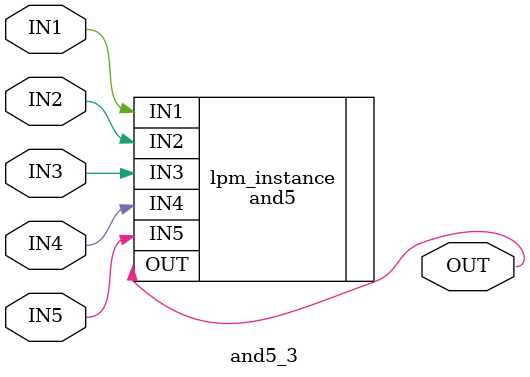
<source format=v>



module and5_3(IN3,IN2,IN1,IN5,IN4,OUT);
input IN3;
input IN2;
input IN1;
input IN5;
input IN4;
output OUT;

and5	lpm_instance(.IN3(IN3),.IN2(IN2),.IN1(IN1),.IN5(IN5),.IN4(IN4),.OUT(OUT));

endmodule

</source>
